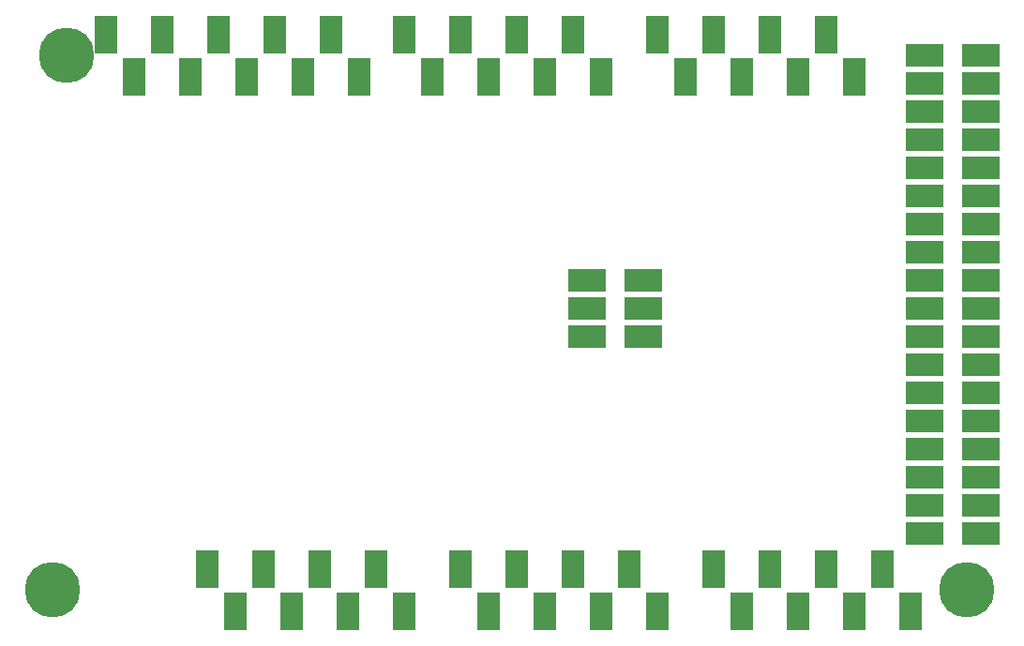
<source format=gbs>
G04 (created by PCBNEW-RS274X (2012-01-19 BZR 3256)-stable) date 16/02/2013 15:24:50*
G01*
G70*
G90*
%MOIN*%
G04 Gerber Fmt 3.4, Leading zero omitted, Abs format*
%FSLAX34Y34*%
G04 APERTURE LIST*
%ADD10C,0.006000*%
%ADD11R,0.080000X0.138100*%
%ADD12R,0.138100X0.080000*%
%ADD13C,0.197200*%
G04 APERTURE END LIST*
G54D10*
G54D11*
X07000Y02250D03*
X08000Y00750D03*
X09000Y02250D03*
X10000Y00750D03*
X11000Y02250D03*
X12000Y00750D03*
X13000Y02250D03*
X14000Y00750D03*
X16000Y02250D03*
X17000Y00750D03*
X18000Y02250D03*
X19000Y00750D03*
X20000Y02250D03*
X21000Y00750D03*
X22000Y02250D03*
X23000Y00750D03*
X25000Y02250D03*
X26000Y00750D03*
X27000Y02250D03*
X28000Y00750D03*
X29000Y02250D03*
X30000Y00750D03*
X31000Y02250D03*
X32000Y00750D03*
X14000Y21250D03*
X15000Y19750D03*
X16000Y21250D03*
X17000Y19750D03*
X18000Y21250D03*
X19000Y19750D03*
X20000Y21250D03*
X21000Y19750D03*
X23000Y21250D03*
X24000Y19750D03*
X25000Y21250D03*
X26000Y19750D03*
X27000Y21250D03*
X28000Y19750D03*
X29000Y21250D03*
X30000Y19750D03*
X03400Y21250D03*
X04400Y19750D03*
X05400Y21250D03*
X06400Y19750D03*
X07400Y21250D03*
X08400Y19750D03*
X09400Y21250D03*
X10400Y19750D03*
X11400Y21250D03*
X12400Y19750D03*
G54D12*
X20500Y12500D03*
X22500Y12500D03*
X22500Y11500D03*
X22500Y10500D03*
X20500Y11500D03*
X20500Y10500D03*
X32500Y20500D03*
X34500Y20500D03*
X32500Y15500D03*
X34500Y19500D03*
X32500Y14500D03*
X34500Y18500D03*
X32500Y13500D03*
X34500Y17500D03*
X32500Y12500D03*
X34500Y16500D03*
X32500Y11500D03*
X34500Y15500D03*
X32500Y10500D03*
X34500Y14500D03*
X32500Y09500D03*
X34500Y13500D03*
X32500Y08500D03*
X34500Y12500D03*
X32500Y07500D03*
X34500Y11500D03*
X32500Y06500D03*
X34500Y10500D03*
X32500Y05500D03*
X34500Y09500D03*
X34500Y08500D03*
X32500Y04500D03*
X34500Y07500D03*
X34500Y05500D03*
X34500Y04500D03*
X34500Y03500D03*
X32500Y03500D03*
X32500Y19500D03*
X32500Y18500D03*
X32500Y17500D03*
X32500Y16500D03*
X34500Y06500D03*
G54D13*
X01500Y01500D03*
X02000Y20500D03*
X34000Y01500D03*
M02*

</source>
